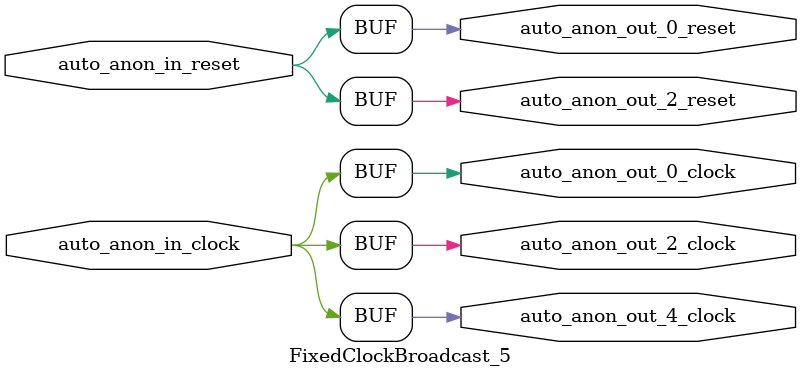
<source format=sv>
module FixedClockBroadcast_5(	// @[generators/rocket-chip/src/main/scala/prci/ClockGroup.scala:104:9]
  input  auto_anon_in_clock,	// @[generators/diplomacy/diplomacy/src/diplomacy/lazymodule/LazyModuleImp.scala:106:25]
  input  auto_anon_in_reset,	// @[generators/diplomacy/diplomacy/src/diplomacy/lazymodule/LazyModuleImp.scala:106:25]
  output auto_anon_out_4_clock,	// @[generators/diplomacy/diplomacy/src/diplomacy/lazymodule/LazyModuleImp.scala:106:25]
  output auto_anon_out_2_clock,	// @[generators/diplomacy/diplomacy/src/diplomacy/lazymodule/LazyModuleImp.scala:106:25]
  output auto_anon_out_2_reset,	// @[generators/diplomacy/diplomacy/src/diplomacy/lazymodule/LazyModuleImp.scala:106:25]
  output auto_anon_out_0_clock,	// @[generators/diplomacy/diplomacy/src/diplomacy/lazymodule/LazyModuleImp.scala:106:25]
  output auto_anon_out_0_reset	// @[generators/diplomacy/diplomacy/src/diplomacy/lazymodule/LazyModuleImp.scala:106:25]
);

  assign auto_anon_out_4_clock = auto_anon_in_clock;	// @[generators/rocket-chip/src/main/scala/prci/ClockGroup.scala:104:9]
  assign auto_anon_out_2_clock = auto_anon_in_clock;	// @[generators/rocket-chip/src/main/scala/prci/ClockGroup.scala:104:9]
  assign auto_anon_out_2_reset = auto_anon_in_reset;	// @[generators/rocket-chip/src/main/scala/prci/ClockGroup.scala:104:9]
  assign auto_anon_out_0_clock = auto_anon_in_clock;	// @[generators/rocket-chip/src/main/scala/prci/ClockGroup.scala:104:9]
  assign auto_anon_out_0_reset = auto_anon_in_reset;	// @[generators/rocket-chip/src/main/scala/prci/ClockGroup.scala:104:9]
endmodule


</source>
